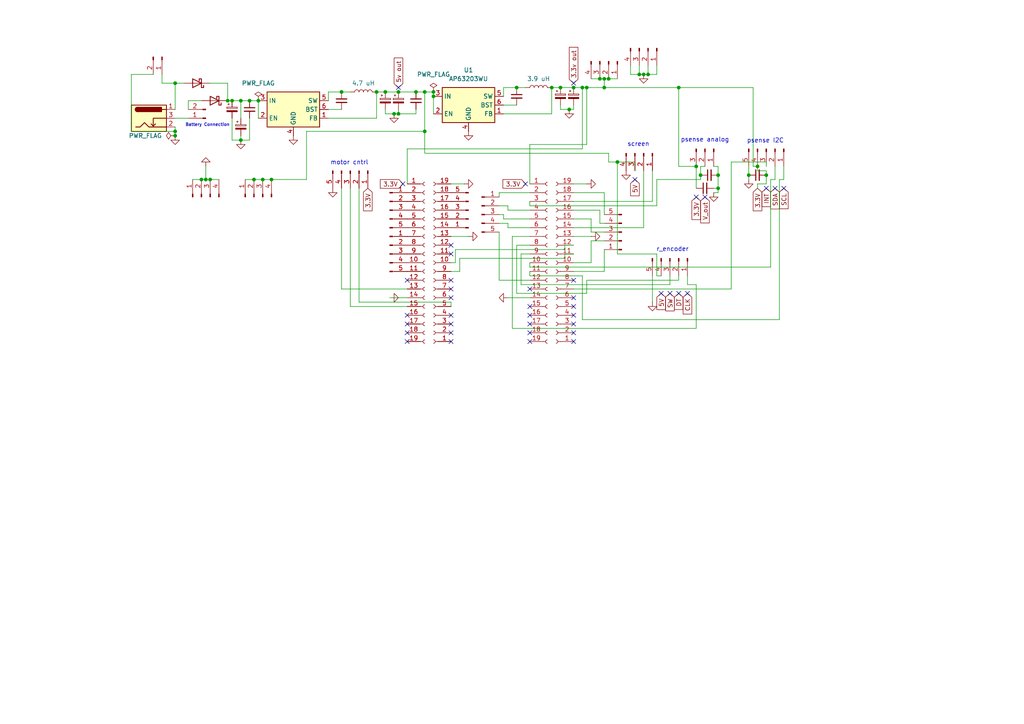
<source format=kicad_sch>
(kicad_sch (version 20231120) (generator "eeschema") (generator_version "8.0")
  (paper "A4")
  (lib_symbols
    (symbol "Connector:Barrel_Jack_Switch" (pin_names hide)
      (property "Reference" "J" (at 0 5.334 0))
      (property "Value" "Barrel_Jack_Switch" (at 0 -5.08 0))
      (symbol "Barrel_Jack_Switch_0_1"
        (rectangle (start -5.08 3.81) (end 5.08 -3.81) (stroke (width 0.254)) (fill (type background)))
        (arc (start -3.302 3.175) (mid -3.9343 2.54) (end -3.302 1.905) (stroke (width 0.254)))
        (arc (start -3.302 3.175) (mid -3.9343 2.54) (end -3.302 1.905) (stroke (width 0.254)) (fill (type outline)))
        (polyline (pts (xy 1.27 -2.286) (xy 1.905 -1.651)) (stroke (width 0.254)))
        (polyline (pts (xy 5.08 2.54) (xy 3.81 2.54)) (stroke (width 0.254)))
        (polyline (pts (xy 5.08 0) (xy 1.27 0) (xy 1.27 -2.286) (xy 0.635 -1.651)) (stroke (width 0.254)))
        (polyline (pts (xy -3.81 -2.54) (xy -2.54 -2.54) (xy -1.27 -1.27) (xy 0 -2.54) (xy 2.54 -2.54) (xy 5.08 -2.54)) (stroke (width 0.254)))
        (rectangle (start 3.683 3.175) (end -3.302 1.905) (stroke (width 0.254)) (fill (type outline)))
      )
      (symbol "Barrel_Jack_Switch_1_1"
        (pin passive line (at 7.62 2.54 180) (length 2.54) (name "~") (number "1"))
        (pin passive line (at 7.62 -2.54 180) (length 2.54) (name "~") (number "2"))
        (pin passive line (at 7.62 0 180) (length 2.54) (name "~") (number "3"))
      )
    )
    (symbol "Connector:Conn_01x02_Pin" (pin_names (offset 1.016) hide)
      (property "Reference" "J" (at 0 2.54 0))
      (property "Value" "Conn_01x02_Pin" (at 0 -5.08 0))
      (symbol "Conn_01x02_Pin_1_1"
        (polyline (pts (xy 1.27 -2.54) (xy 0.8636 -2.54)) (stroke (width 0.1524)))
        (polyline (pts (xy 1.27 0) (xy 0.8636 0)) (stroke (width 0.1524)))
        (rectangle (start 0.8636 -2.413) (end 0 -2.667) (stroke (width 0.1524)) (fill (type outline)))
        (rectangle (start 0.8636 0.127) (end 0 -0.127) (stroke (width 0.1524)) (fill (type outline)))
        (pin passive line (at 5.08 0 180) (length 3.81) (name "Pin_1") (number "1"))
        (pin passive line (at 5.08 -2.54 180) (length 3.81) (name "Pin_2") (number "2"))
      )
    )
    (symbol "Connector:Conn_01x03_Pin" (pin_names (offset 1.016) hide)
      (property "Reference" "J" (at 0 5.08 0))
      (property "Value" "Conn_01x03_Pin" (at 0 -5.08 0))
      (symbol "Conn_01x03_Pin_1_1"
        (polyline (pts (xy 1.27 -2.54) (xy 0.8636 -2.54)) (stroke (width 0.1524)))
        (polyline (pts (xy 1.27 0) (xy 0.8636 0)) (stroke (width 0.1524)))
        (polyline (pts (xy 1.27 2.54) (xy 0.8636 2.54)) (stroke (width 0.1524)))
        (rectangle (start 0.8636 -2.413) (end 0 -2.667) (stroke (width 0.1524)) (fill (type outline)))
        (rectangle (start 0.8636 0.127) (end 0 -0.127) (stroke (width 0.1524)) (fill (type outline)))
        (rectangle (start 0.8636 2.667) (end 0 2.413) (stroke (width 0.1524)) (fill (type outline)))
        (pin passive line (at 5.08 2.54 180) (length 3.81) (name "Pin_1") (number "1"))
        (pin passive line (at 5.08 0 180) (length 3.81) (name "Pin_2") (number "2"))
        (pin passive line (at 5.08 -2.54 180) (length 3.81) (name "Pin_3") (number "3"))
      )
    )
    (symbol "Connector:Conn_01x04_Pin" (pin_names (offset 1.016) hide)
      (property "Reference" "J" (at 0 5.08 0))
      (property "Value" "Conn_01x04_Pin" (at 0 -7.62 0))
      (symbol "Conn_01x04_Pin_1_1"
        (polyline (pts (xy 1.27 -5.08) (xy 0.8636 -5.08)) (stroke (width 0.1524)))
        (polyline (pts (xy 1.27 -2.54) (xy 0.8636 -2.54)) (stroke (width 0.1524)))
        (polyline (pts (xy 1.27 0) (xy 0.8636 0)) (stroke (width 0.1524)))
        (polyline (pts (xy 1.27 2.54) (xy 0.8636 2.54)) (stroke (width 0.1524)))
        (rectangle (start 0.8636 -4.953) (end 0 -5.207) (stroke (width 0.1524)) (fill (type outline)))
        (rectangle (start 0.8636 -2.413) (end 0 -2.667) (stroke (width 0.1524)) (fill (type outline)))
        (rectangle (start 0.8636 0.127) (end 0 -0.127) (stroke (width 0.1524)) (fill (type outline)))
        (rectangle (start 0.8636 2.667) (end 0 2.413) (stroke (width 0.1524)) (fill (type outline)))
        (pin passive line (at 5.08 2.54 180) (length 3.81) (name "Pin_1") (number "1"))
        (pin passive line (at 5.08 0 180) (length 3.81) (name "Pin_2") (number "2"))
        (pin passive line (at 5.08 -2.54 180) (length 3.81) (name "Pin_3") (number "3"))
        (pin passive line (at 5.08 -5.08 180) (length 3.81) (name "Pin_4") (number "4"))
      )
    )
    (symbol "Connector:Conn_01x05_Pin" (pin_names (offset 1.016) hide)
      (property "Reference" "J" (at 0 7.62 0))
      (property "Value" "Conn_01x05_Pin" (at 0 -7.62 0))
      (symbol "Conn_01x05_Pin_1_1"
        (polyline (pts (xy 1.27 -5.08) (xy 0.8636 -5.08)) (stroke (width 0.1524)))
        (polyline (pts (xy 1.27 -2.54) (xy 0.8636 -2.54)) (stroke (width 0.1524)))
        (polyline (pts (xy 1.27 0) (xy 0.8636 0)) (stroke (width 0.1524)))
        (polyline (pts (xy 1.27 2.54) (xy 0.8636 2.54)) (stroke (width 0.1524)))
        (polyline (pts (xy 1.27 5.08) (xy 0.8636 5.08)) (stroke (width 0.1524)))
        (rectangle (start 0.8636 -4.953) (end 0 -5.207) (stroke (width 0.1524)) (fill (type outline)))
        (rectangle (start 0.8636 -2.413) (end 0 -2.667) (stroke (width 0.1524)) (fill (type outline)))
        (rectangle (start 0.8636 0.127) (end 0 -0.127) (stroke (width 0.1524)) (fill (type outline)))
        (rectangle (start 0.8636 2.667) (end 0 2.413) (stroke (width 0.1524)) (fill (type outline)))
        (rectangle (start 0.8636 5.207) (end 0 4.953) (stroke (width 0.1524)) (fill (type outline)))
        (pin passive line (at 5.08 5.08 180) (length 3.81) (name "Pin_1") (number "1"))
        (pin passive line (at 5.08 2.54 180) (length 3.81) (name "Pin_2") (number "2"))
        (pin passive line (at 5.08 0 180) (length 3.81) (name "Pin_3") (number "3"))
        (pin passive line (at 5.08 -2.54 180) (length 3.81) (name "Pin_4") (number "4"))
        (pin passive line (at 5.08 -5.08 180) (length 3.81) (name "Pin_5") (number "5"))
      )
    )
    (symbol "Connector:Conn_01x19_Socket" (pin_names (offset 1.016) hide)
      (property "Reference" "J" (at 0 25.4 0))
      (property "Value" "Conn_01x19_Socket" (at 0 -25.4 0))
      (symbol "Conn_01x19_Socket_1_1"
        (arc (start 0 -22.352) (mid -0.5058 -22.86) (end 0 -23.368) (stroke (width 0.1524)))
        (arc (start 0 -19.812) (mid -0.5058 -20.32) (end 0 -20.828) (stroke (width 0.1524)))
        (arc (start 0 -17.272) (mid -0.5058 -17.78) (end 0 -18.288) (stroke (width 0.1524)))
        (arc (start 0 -14.732) (mid -0.5058 -15.24) (end 0 -15.748) (stroke (width 0.1524)))
        (arc (start 0 -12.192) (mid -0.5058 -12.7) (end 0 -13.208) (stroke (width 0.1524)))
        (arc (start 0 -9.652) (mid -0.5058 -10.16) (end 0 -10.668) (stroke (width 0.1524)))
        (arc (start 0 -7.112) (mid -0.5058 -7.62) (end 0 -8.128) (stroke (width 0.1524)))
        (arc (start 0 -4.572) (mid -0.5058 -5.08) (end 0 -5.588) (stroke (width 0.1524)))
        (arc (start 0 -2.032) (mid -0.5058 -2.54) (end 0 -3.048) (stroke (width 0.1524)))
        (polyline (pts (xy -1.27 -22.86) (xy -0.508 -22.86)) (stroke (width 0.1524)))
        (polyline (pts (xy -1.27 -20.32) (xy -0.508 -20.32)) (stroke (width 0.1524)))
        (polyline (pts (xy -1.27 -17.78) (xy -0.508 -17.78)) (stroke (width 0.1524)))
        (polyline (pts (xy -1.27 -15.24) (xy -0.508 -15.24)) (stroke (width 0.1524)))
        (polyline (pts (xy -1.27 -12.7) (xy -0.508 -12.7)) (stroke (width 0.1524)))
        (polyline (pts (xy -1.27 -10.16) (xy -0.508 -10.16)) (stroke (width 0.1524)))
        (polyline (pts (xy -1.27 -7.62) (xy -0.508 -7.62)) (stroke (width 0.1524)))
        (polyline (pts (xy -1.27 -5.08) (xy -0.508 -5.08)) (stroke (width 0.1524)))
        (polyline (pts (xy -1.27 -2.54) (xy -0.508 -2.54)) (stroke (width 0.1524)))
        (polyline (pts (xy -1.27 0) (xy -0.508 0)) (stroke (width 0.1524)))
        (polyline (pts (xy -1.27 2.54) (xy -0.508 2.54)) (stroke (width 0.1524)))
        (polyline (pts (xy -1.27 5.08) (xy -0.508 5.08)) (stroke (width 0.1524)))
        (polyline (pts (xy -1.27 7.62) (xy -0.508 7.62)) (stroke (width 0.1524)))
        (polyline (pts (xy -1.27 10.16) (xy -0.508 10.16)) (stroke (width 0.1524)))
        (polyline (pts (xy -1.27 12.7) (xy -0.508 12.7)) (stroke (width 0.1524)))
        (polyline (pts (xy -1.27 15.24) (xy -0.508 15.24)) (stroke (width 0.1524)))
        (polyline (pts (xy -1.27 17.78) (xy -0.508 17.78)) (stroke (width 0.1524)))
        (polyline (pts (xy -1.27 20.32) (xy -0.508 20.32)) (stroke (width 0.1524)))
        (polyline (pts (xy -1.27 22.86) (xy -0.508 22.86)) (stroke (width 0.1524)))
        (arc (start 0 0.508) (mid -0.5058 0) (end 0 -0.508) (stroke (width 0.1524)))
        (arc (start 0 3.048) (mid -0.5058 2.54) (end 0 2.032) (stroke (width 0.1524)))
        (arc (start 0 5.588) (mid -0.5058 5.08) (end 0 4.572) (stroke (width 0.1524)))
        (arc (start 0 8.128) (mid -0.5058 7.62) (end 0 7.112) (stroke (width 0.1524)))
        (arc (start 0 10.668) (mid -0.5058 10.16) (end 0 9.652) (stroke (width 0.1524)))
        (arc (start 0 13.208) (mid -0.5058 12.7) (end 0 12.192) (stroke (width 0.1524)))
        (arc (start 0 15.748) (mid -0.5058 15.24) (end 0 14.732) (stroke (width 0.1524)))
        (arc (start 0 18.288) (mid -0.5058 17.78) (end 0 17.272) (stroke (width 0.1524)))
        (arc (start 0 20.828) (mid -0.5058 20.32) (end 0 19.812) (stroke (width 0.1524)))
        (arc (start 0 23.368) (mid -0.5058 22.86) (end 0 22.352) (stroke (width 0.1524)))
        (pin passive line (at -5.08 22.86 0) (length 3.81) (name "Pin_1") (number "1"))
        (pin passive line (at -5.08 0 0) (length 3.81) (name "Pin_10") (number "10"))
        (pin passive line (at -5.08 -2.54 0) (length 3.81) (name "Pin_11") (number "11"))
        (pin passive line (at -5.08 -5.08 0) (length 3.81) (name "Pin_12") (number "12"))
        (pin passive line (at -5.08 -7.62 0) (length 3.81) (name "Pin_13") (number "13"))
        (pin passive line (at -5.08 -10.16 0) (length 3.81) (name "Pin_14") (number "14"))
        (pin passive line (at -5.08 -12.7 0) (length 3.81) (name "Pin_15") (number "15"))
        (pin passive line (at -5.08 -15.24 0) (length 3.81) (name "Pin_16") (number "16"))
        (pin passive line (at -5.08 -17.78 0) (length 3.81) (name "Pin_17") (number "17"))
        (pin passive line (at -5.08 -20.32 0) (length 3.81) (name "Pin_18") (number "18"))
        (pin passive line (at -5.08 -22.86 0) (length 3.81) (name "Pin_19") (number "19"))
        (pin passive line (at -5.08 20.32 0) (length 3.81) (name "Pin_2") (number "2"))
        (pin passive line (at -5.08 17.78 0) (length 3.81) (name "Pin_3") (number "3"))
        (pin passive line (at -5.08 15.24 0) (length 3.81) (name "Pin_4") (number "4"))
        (pin passive line (at -5.08 12.7 0) (length 3.81) (name "Pin_5") (number "5"))
        (pin passive line (at -5.08 10.16 0) (length 3.81) (name "Pin_6") (number "6"))
        (pin passive line (at -5.08 7.62 0) (length 3.81) (name "Pin_7") (number "7"))
        (pin passive line (at -5.08 5.08 0) (length 3.81) (name "Pin_8") (number "8"))
        (pin passive line (at -5.08 2.54 0) (length 3.81) (name "Pin_9") (number "9"))
      )
    )
    (symbol "Device:C_Polarized_Small" (pin_numbers hide) (pin_names (offset 0.254) hide)
      (property "Reference" "C" (at 0.254 1.778 0))
      (property "Value" "C_Polarized_Small" (at 0.254 -2.032 0))
      (symbol "C_Polarized_Small_0_1"
        (rectangle (start -1.524 -0.3048) (end 1.524 -0.6858) (fill (type outline)))
        (rectangle (start -1.524 0.6858) (end 1.524 0.3048))
        (polyline (pts (xy -1.27 1.524) (xy -0.762 1.524)))
        (polyline (pts (xy -1.016 1.27) (xy -1.016 1.778)))
      )
      (symbol "C_Polarized_Small_1_1"
        (pin passive line (at 0 2.54 270) (length 1.8542) (name "~") (number "1"))
        (pin passive line (at 0 -2.54 90) (length 1.8542) (name "~") (number "2"))
      )
    )
    (symbol "Device:C_Small" (pin_numbers hide) (pin_names (offset 0.254) hide)
      (property "Reference" "C" (at 0.254 1.778 0))
      (property "Value" "C_Small" (at 0.254 -2.032 0))
      (symbol "C_Small_0_1"
        (polyline (pts (xy -1.524 -0.508) (xy 1.524 -0.508)) (stroke (width 0.3302)))
        (polyline (pts (xy -1.524 0.508) (xy 1.524 0.508)) (stroke (width 0.3048)))
      )
      (symbol "C_Small_1_1"
        (pin passive line (at 0 2.54 270) (length 2.032) (name "~") (number "1"))
        (pin passive line (at 0 -2.54 90) (length 2.032) (name "~") (number "2"))
      )
    )
    (symbol "Device:L" (pin_numbers hide) (pin_names (offset 1.016) hide)
      (property "Reference" "L" (at -1.27 0 90))
      (property "Value" "L" (at 1.905 0 90))
      (symbol "L_0_1"
        (arc (start 0 -2.54) (mid 0.6323 -1.905) (end 0 -1.27))
        (arc (start 0 -1.27) (mid 0.6323 -0.635) (end 0 0))
        (arc (start 0 0) (mid 0.6323 0.635) (end 0 1.27))
        (arc (start 0 1.27) (mid 0.6323 1.905) (end 0 2.54))
      )
      (symbol "L_1_1"
        (pin passive line (at 0 3.81 270) (length 1.27) (name "1") (number "1"))
        (pin passive line (at 0 -3.81 90) (length 1.27) (name "2") (number "2"))
      )
    )
    (symbol "Diode:SS24" (pin_numbers hide) (pin_names (offset 1.016) hide)
      (property "Reference" "D" (at 0 2.54 0))
      (property "Value" "SS24" (at 0 -2.54 0))
      (symbol "SS24_0_1"
        (polyline (pts (xy 1.27 0) (xy -1.27 0)))
        (polyline (pts (xy 1.27 1.27) (xy 1.27 -1.27) (xy -1.27 0) (xy 1.27 1.27)) (stroke (width 0.254)))
        (polyline (pts (xy -1.905 0.635) (xy -1.905 1.27) (xy -1.27 1.27) (xy -1.27 -1.27) (xy -0.635 -1.27) (xy -0.635 -0.635)) (stroke (width 0.254)))
      )
      (symbol "SS24_1_1"
        (pin passive line (at -3.81 0 0) (length 2.54) (name "K") (number "1"))
        (pin passive line (at 3.81 0 180) (length 2.54) (name "A") (number "2"))
      )
    )
    (symbol "Regulator_Switching:AP63203WU"
      (property "Reference" "U" (at -7.62 6.35 0))
      (property "Value" "AP63203WU" (at 2.54 6.35 0))
      (symbol "AP63203WU_0_1"
        (rectangle (start -7.62 5.08) (end 7.62 -5.08) (stroke (width 0.254)) (fill (type background)))
      )
      (symbol "AP63203WU_1_1"
        (pin input line (at 10.16 -2.54 180) (length 2.54) (name "FB") (number "1"))
        (pin input line (at -10.16 -2.54 0) (length 2.54) (name "EN") (number "2"))
        (pin power_in line (at -10.16 2.54 0) (length 2.54) (name "IN") (number "3"))
        (pin power_in line (at 0 -7.62 90) (length 2.54) (name "GND") (number "4"))
        (pin output line (at 10.16 2.54 180) (length 2.54) (name "SW") (number "5"))
        (pin passive line (at 10.16 0 180) (length 2.54) (name "BST") (number "6"))
      )
    )
    (symbol "Regulator_Switching:AP63205WU"
      (property "Reference" "U" (at -7.62 6.35 0))
      (property "Value" "AP63205WU" (at 2.54 6.35 0))
      (symbol "AP63205WU_0_1"
        (rectangle (start -7.62 5.08) (end 7.62 -5.08) (stroke (width 0.254)) (fill (type background)))
      )
      (symbol "AP63205WU_1_1"
        (pin input line (at 10.16 -2.54 180) (length 2.54) (name "FB") (number "1"))
        (pin input line (at -10.16 -2.54 0) (length 2.54) (name "EN") (number "2"))
        (pin power_in line (at -10.16 2.54 0) (length 2.54) (name "IN") (number "3"))
        (pin power_in line (at 0 -7.62 90) (length 2.54) (name "GND") (number "4"))
        (pin output line (at 10.16 2.54 180) (length 2.54) (name "SW") (number "5"))
        (pin passive line (at 10.16 0 180) (length 2.54) (name "BST") (number "6"))
      )
    )
    (symbol "power:GND" (power) (pin_numbers hide) (pin_names (offset 0) hide)
      (property "Value" "GND" (at 0 -3.81 0))
      (symbol "GND_0_1"
        (polyline (pts (xy 0 0) (xy 0 -1.27) (xy 1.27 -1.27) (xy 0 -2.54) (xy -1.27 -1.27) (xy 0 -1.27)))
      )
      (symbol "GND_1_1"
        (pin power_in line (at 0 0 270) (length 0) (name "~") (number "1"))
      )
    )
    (symbol "power:PWR_FLAG" (power) (pin_numbers hide) (pin_names (offset 0) hide)
      (property "Value" "PWR_FLAG" (at 0 3.81 0))
      (symbol "PWR_FLAG_0_0"
        (pin power_out line (at 0 0 90) (length 0) (name "~") (number "1"))
      )
      (symbol "PWR_FLAG_0_1"
        (polyline (pts (xy 0 0) (xy 0 1.27) (xy -1.016 1.905) (xy 0 2.54) (xy 1.016 1.905) (xy 0 1.27)))
      )
    )
  )
  (junction (at 186.69 21.59))
  (junction (at 69.85 40.64))
  (junction (at 160.02 25.4))
  (junction (at 109.22 26.67))
  (junction (at 168.91 25.4))
  (junction (at 208.28 54.61))
  (junction (at 201.93 48.26))
  (junction (at 187.96 21.59))
  (junction (at 114.3 33.02))
  (junction (at 219.71 48.26))
  (junction (at 78.74 52.07))
  (junction (at 50.8 24.13))
  (junction (at 125.73 26.67))
  (junction (at 175.26 25.4))
  (junction (at 72.39 29.21))
  (junction (at 74.93 29.21))
  (junction (at 115.57 33.02))
  (junction (at 208.28 50.8))
  (junction (at 175.26 22.86))
  (junction (at 176.53 22.86))
  (junction (at 149.86 25.4))
  (junction (at 67.31 29.21))
  (junction (at 50.8 39.37))
  (junction (at 76.2 52.07))
  (junction (at 217.17 50.8))
  (junction (at 50.8 38.1))
  (junction (at 166.37 25.4))
  (junction (at 99.06 26.67))
  (junction (at 115.57 26.67))
  (junction (at 179.07 46.99))
  (junction (at 165.1 31.75))
  (junction (at 111.76 26.67))
  (junction (at 73.66 52.07))
  (junction (at 222.25 50.8))
  (junction (at 60.96 52.07))
  (junction (at 69.85 29.21))
  (junction (at 196.85 25.4))
  (junction (at 123.19 38.1))
  (junction (at 170.18 25.4))
  (junction (at 162.56 25.4))
  (junction (at 185.42 21.59))
  (junction (at 66.04 29.21))
  (junction (at 203.2 50.8))
  (junction (at 59.69 52.07))
  (junction (at 120.65 26.67))
  (junction (at 58.42 52.07))
  (junction (at 125.73 27.94))
  (junction (at 123.19 26.67))
  (junction (at 173.99 22.86))
  (no_connect (at 130.81 93.98))
  (no_connect (at 130.81 73.66))
  (no_connect (at 118.11 99.06))
  (no_connect (at 153.67 96.52))
  (no_connect (at 166.37 91.44))
  (no_connect (at 130.81 96.52))
  (no_connect (at 118.11 91.44))
  (no_connect (at 153.67 99.06))
  (no_connect (at 194.31 85.09))
  (no_connect (at 204.47 57.15))
  (no_connect (at 184.15 52.07))
  (no_connect (at 130.81 91.44))
  (no_connect (at 130.81 81.28))
  (no_connect (at 201.93 57.15))
  (no_connect (at 166.37 96.52))
  (no_connect (at 166.37 99.06))
  (no_connect (at 227.33 54.61))
  (no_connect (at 115.57 25.4))
  (no_connect (at 118.11 93.98))
  (no_connect (at 152.4 53.34))
  (no_connect (at 116.84 53.34))
  (no_connect (at 224.79 54.61))
  (no_connect (at 118.11 96.52))
  (no_connect (at 153.67 93.98))
  (no_connect (at 118.11 81.28))
  (no_connect (at 130.81 99.06))
  (no_connect (at 196.85 85.09))
  (no_connect (at 166.37 81.28))
  (no_connect (at 191.77 85.09))
  (no_connect (at 153.67 83.82))
  (no_connect (at 130.81 83.82))
  (no_connect (at 130.81 71.12))
  (no_connect (at 222.25 54.61))
  (no_connect (at 166.37 24.13))
  (no_connect (at 166.37 93.98))
  (no_connect (at 166.37 88.9))
  (no_connect (at 130.81 86.36))
  (no_connect (at 199.39 85.09))
  (no_connect (at 166.37 86.36))
  (no_connect (at 153.67 91.44))
  (no_connect (at 153.67 88.9))
  (wire (pts (xy 166.37 63.5) (xy 171.45 63.5)))
  (wire (pts (xy 170.18 25.4) (xy 175.26 25.4)))
  (wire (pts (xy 55.88 52.07) (xy 58.42 52.07)))
  (wire (pts (xy 69.85 39.37) (xy 69.85 40.64)))
  (wire (pts (xy 166.37 25.4) (xy 168.91 25.4)))
  (wire (pts (xy 50.8 38.1) (xy 50.8 39.37)))
  (wire (pts (xy 185.42 21.59) (xy 186.69 21.59)))
  (wire (pts (xy 54.61 29.21) (xy 58.42 29.21)))
  (wire (pts (xy 130.81 87.63) (xy 130.81 88.9)))
  (wire (pts (xy 186.69 66.04) (xy 166.37 66.04)))
  (wire (pts (xy 148.59 68.58) (xy 153.67 68.58)))
  (wire (pts (xy 53.34 24.13) (xy 50.8 24.13)))
  (wire (pts (xy 95.25 31.75) (xy 99.06 31.75)))
  (wire (pts (xy 109.22 26.67) (xy 111.76 26.67)))
  (wire (pts (xy 182.88 21.59) (xy 185.42 21.59)))
  (wire (pts (xy 60.96 52.07) (xy 63.5 52.07)))
  (wire (pts (xy 162.56 31.75) (xy 165.1 31.75)))
  (wire (pts (xy 223.52 77.47) (xy 153.67 77.47)))
  (wire (pts (xy 130.81 53.34) (xy 134.62 53.34)))
  (wire (pts (xy 118.11 43.18) (xy 118.11 53.34)))
  (wire (pts (xy 67.31 29.21) (xy 69.85 29.21)))
  (wire (pts (xy 73.66 52.07) (xy 76.2 52.07)))
  (wire (pts (xy 166.37 30.48) (xy 166.37 31.75)))
  (wire (pts (xy 218.44 25.4) (xy 218.44 48.26)))
  (wire (pts (xy 222.25 49.53) (xy 222.25 50.8)))
  (wire (pts (xy 203.2 48.26) (xy 203.2 50.8)))
  (wire (pts (xy 153.67 81.28) (xy 144.78 81.28)))
  (wire (pts (xy 151.13 82.55) (xy 151.13 73.66)))
  (wire (pts (xy 196.85 48.26) (xy 201.93 48.26)))
  (wire (pts (xy 153.67 78.74) (xy 153.67 80.01)))
  (wire (pts (xy 166.37 55.88) (xy 175.26 55.88)))
  (wire (pts (xy 224.79 48.26) (xy 224.79 52.07)))
  (wire (pts (xy 196.85 25.4) (xy 196.85 48.26)))
  (wire (pts (xy 219.71 53.34) (xy 219.71 54.61)))
  (wire (pts (xy 146.05 30.48) (xy 149.86 30.48)))
  (wire (pts (xy 153.67 41.91) (xy 153.67 53.34)))
  (wire (pts (xy 179.07 73.66) (xy 190.5 73.66)))
  (wire (pts (xy 166.37 53.34) (xy 170.18 53.34)))
  (wire (pts (xy 148.59 95.25) (xy 148.59 68.58)))
  (wire (pts (xy 88.9 38.1) (xy 88.9 52.07)))
  (wire (pts (xy 50.8 34.29) (xy 54.61 34.29)))
  (wire (pts (xy 125.73 27.94) (xy 125.73 33.02)))
  (wire (pts (xy 153.67 80.01) (xy 168.91 80.01)))
  (wire (pts (xy 189.23 49.53) (xy 189.23 58.42)))
  (wire (pts (xy 130.81 78.74) (xy 133.35 78.74)))
  (wire (pts (xy 176.53 46.99) (xy 179.07 46.99)))
  (wire (pts (xy 50.8 38.1) (xy 38.1 38.1)))
  (wire (pts (xy 162.56 25.4) (xy 166.37 25.4)))
  (wire (pts (xy 162.56 30.48) (xy 162.56 31.75)))
  (wire (pts (xy 149.86 25.4) (xy 152.4 25.4)))
  (wire (pts (xy 208.28 48.26) (xy 208.28 50.8)))
  (wire (pts (xy 168.91 25.4) (xy 170.18 25.4)))
  (wire (pts (xy 187.96 19.05) (xy 187.96 21.59)))
  (wire (pts (xy 133.35 78.74) (xy 133.35 74.93)))
  (wire (pts (xy 123.19 26.67) (xy 125.73 26.67)))
  (wire (pts (xy 72.39 29.21) (xy 74.93 29.21)))
  (wire (pts (xy 203.2 50.8) (xy 203.2 52.07)))
  (wire (pts (xy 132.08 72.39) (xy 163.83 72.39)))
  (wire (pts (xy 50.8 24.13) (xy 46.99 24.13)))
  (wire (pts (xy 175.26 25.4) (xy 196.85 25.4)))
  (wire (pts (xy 149.86 71.12) (xy 153.67 71.12)))
  (wire (pts (xy 69.85 29.21) (xy 69.85 34.29)))
  (wire (pts (xy 175.26 25.4) (xy 175.26 22.86)))
  (wire (pts (xy 132.08 72.39) (xy 132.08 76.2)))
  (wire (pts (xy 111.76 33.02) (xy 114.3 33.02)))
  (wire (pts (xy 199.39 80.01) (xy 199.39 82.55)))
  (wire (pts (xy 226.06 92.71) (xy 226.06 52.07)))
  (wire (pts (xy 120.65 31.75) (xy 120.65 33.02)))
  (wire (pts (xy 163.83 71.12) (xy 166.37 71.12)))
  (wire (pts (xy 222.25 48.26) (xy 222.25 46.99)))
  (wire (pts (xy 115.57 31.75) (xy 115.57 33.02)))
  (wire (pts (xy 147.32 64.77) (xy 144.78 64.77)))
  (wire (pts (xy 166.37 68.58) (xy 171.45 68.58)))
  (wire (pts (xy 168.91 25.4) (xy 168.91 43.18)))
  (wire (pts (xy 184.15 46.99) (xy 184.15 49.53)))
  (wire (pts (xy 153.67 77.47) (xy 153.67 76.2)))
  (wire (pts (xy 227.33 52.07) (xy 227.33 48.26)))
  (wire (pts (xy 115.57 33.02) (xy 114.3 33.02)))
  (wire (pts (xy 153.67 63.5) (xy 146.05 63.5)))
  (wire (pts (xy 146.05 25.4) (xy 149.86 25.4)))
  (wire (pts (xy 186.69 49.53) (xy 186.69 66.04)))
  (wire (pts (xy 168.91 92.71) (xy 226.06 92.71)))
  (wire (pts (xy 218.44 48.26) (xy 219.71 48.26)))
  (wire (pts (xy 171.45 22.86) (xy 173.99 22.86)))
  (wire (pts (xy 144.78 55.88) (xy 144.78 57.15)))
  (wire (pts (xy 219.71 49.53) (xy 222.25 49.53)))
  (wire (pts (xy 130.81 76.2) (xy 132.08 76.2)))
  (wire (pts (xy 153.67 66.04) (xy 147.32 66.04)))
  (wire (pts (xy 123.19 26.67) (xy 123.19 38.1)))
  (wire (pts (xy 111.76 31.75) (xy 111.76 33.02)))
  (wire (pts (xy 171.45 69.85) (xy 175.26 69.85)))
  (wire (pts (xy 208.28 50.8) (xy 208.28 54.61)))
  (wire (pts (xy 99.06 83.82) (xy 118.11 83.82)))
  (wire (pts (xy 173.99 64.77) (xy 175.26 64.77)))
  (wire (pts (xy 147.32 60.96) (xy 147.32 59.69)))
  (wire (pts (xy 72.39 40.64) (xy 69.85 40.64)))
  (wire (pts (xy 190.5 52.07) (xy 190.5 59.69)))
  (wire (pts (xy 222.25 46.99) (xy 212.09 46.99)))
  (wire (pts (xy 203.2 52.07) (xy 190.5 52.07)))
  (wire (pts (xy 58.42 52.07) (xy 59.69 52.07)))
  (wire (pts (xy 196.85 81.28) (xy 170.18 81.28)))
  (wire (pts (xy 217.17 50.8) (xy 217.17 48.26)))
  (wire (pts (xy 190.5 21.59) (xy 187.96 21.59)))
  (wire (pts (xy 151.13 73.66) (xy 153.67 73.66)))
  (wire (pts (xy 201.93 95.25) (xy 148.59 95.25)))
  (wire (pts (xy 144.78 81.28) (xy 144.78 67.31)))
  (wire (pts (xy 190.5 73.66) (xy 190.5 80.01)))
  (wire (pts (xy 217.17 52.07) (xy 217.17 50.8)))
  (wire (pts (xy 207.01 54.61) (xy 208.28 54.61)))
  (wire (pts (xy 208.28 54.61) (xy 208.28 55.88)))
  (wire (pts (xy 130.81 68.58) (xy 135.89 68.58)))
  (wire (pts (xy 185.42 19.05) (xy 185.42 21.59)))
  (wire (pts (xy 95.25 29.21) (xy 95.25 26.67)))
  (wire (pts (xy 176.53 22.86) (xy 179.07 22.86)))
  (wire (pts (xy 59.69 52.07) (xy 60.96 52.07)))
  (wire (pts (xy 173.99 22.86) (xy 175.26 22.86)))
  (wire (pts (xy 166.37 31.75) (xy 165.1 31.75)))
  (wire (pts (xy 95.25 26.67) (xy 99.06 26.67)))
  (wire (pts (xy 222.25 53.34) (xy 219.71 53.34)))
  (wire (pts (xy 223.52 52.07) (xy 223.52 77.47)))
  (wire (pts (xy 120.65 33.02) (xy 115.57 33.02)))
  (wire (pts (xy 201.93 82.55) (xy 201.93 95.25)))
  (wire (pts (xy 222.25 50.8) (xy 222.25 53.34)))
  (wire (pts (xy 46.99 24.13) (xy 46.99 21.59)))
  (wire (pts (xy 166.37 60.96) (xy 173.99 60.96)))
  (wire (pts (xy 146.05 27.94) (xy 146.05 25.4)))
  (wire (pts (xy 67.31 34.29) (xy 67.31 40.64)))
  (wire (pts (xy 171.45 76.2) (xy 171.45 69.85)))
  (wire (pts (xy 123.19 44.45) (xy 176.53 44.45)))
  (wire (pts (xy 125.73 26.67) (xy 125.73 27.94)))
  (wire (pts (xy 166.37 78.74) (xy 175.26 78.74)))
  (wire (pts (xy 104.14 54.61) (xy 104.14 87.63)))
  (wire (pts (xy 168.91 43.18) (xy 118.11 43.18)))
  (wire (pts (xy 99.06 26.67) (xy 101.6 26.67)))
  (wire (pts (xy 50.8 36.83) (xy 50.8 38.1)))
  (wire (pts (xy 171.45 63.5) (xy 171.45 67.31)))
  (wire (pts (xy 207.01 48.26) (xy 208.28 48.26)))
  (wire (pts (xy 179.07 46.99) (xy 184.15 46.99)))
  (wire (pts (xy 160.02 25.4) (xy 162.56 25.4)))
  (wire (pts (xy 153.67 59.69) (xy 153.67 58.42)))
  (wire (pts (xy 109.22 34.29) (xy 95.25 34.29)))
  (wire (pts (xy 196.85 25.4) (xy 218.44 25.4)))
  (wire (pts (xy 194.31 80.01) (xy 194.31 82.55)))
  (wire (pts (xy 182.88 19.05) (xy 182.88 21.59)))
  (wire (pts (xy 123.19 38.1) (xy 88.9 38.1)))
  (wire (pts (xy 168.91 80.01) (xy 168.91 92.71)))
  (wire (pts (xy 170.18 81.28) (xy 170.18 85.09)))
  (wire (pts (xy 212.09 46.99) (xy 212.09 83.82)))
  (wire (pts (xy 147.32 86.36) (xy 153.67 86.36)))
  (wire (pts (xy 66.04 29.21) (xy 67.31 29.21)))
  (wire (pts (xy 194.31 82.55) (xy 151.13 82.55)))
  (wire (pts (xy 204.47 48.26) (xy 203.2 48.26)))
  (wire (pts (xy 38.1 21.59) (xy 44.45 21.59)))
  (wire (pts (xy 133.35 74.93) (xy 163.83 74.93)))
  (wire (pts (xy 99.06 54.61) (xy 99.06 83.82)))
  (wire (pts (xy 146.05 62.23) (xy 144.78 62.23)))
  (wire (pts (xy 60.96 24.13) (xy 66.04 24.13)))
  (wire (pts (xy 170.18 85.09) (xy 149.86 85.09)))
  (wire (pts (xy 101.6 54.61) (xy 101.6 88.9)))
  (wire (pts (xy 196.85 80.01) (xy 196.85 81.28)))
  (wire (pts (xy 226.06 52.07) (xy 227.33 52.07)))
  (wire (pts (xy 78.74 52.07) (xy 88.9 52.07)))
  (wire (pts (xy 175.26 78.74) (xy 175.26 72.39)))
  (wire (pts (xy 224.79 52.07) (xy 223.52 52.07)))
  (wire (pts (xy 187.96 21.59) (xy 186.69 21.59)))
  (wire (pts (xy 190.5 19.05) (xy 190.5 21.59)))
  (wire (pts (xy 201.93 48.26) (xy 201.93 54.61)))
  (wire (pts (xy 179.07 46.99) (xy 179.07 73.66)))
  (wire (pts (xy 113.03 86.36) (xy 118.11 86.36)))
  (wire (pts (xy 115.57 26.67) (xy 120.65 26.67)))
  (wire (pts (xy 189.23 58.42) (xy 166.37 58.42)))
  (wire (pts (xy 153.67 55.88) (xy 144.78 55.88)))
  (wire (pts (xy 74.93 29.21) (xy 74.93 34.29)))
  (wire (pts (xy 190.5 59.69) (xy 153.67 59.69)))
  (wire (pts (xy 111.76 26.67) (xy 115.57 26.67)))
  (wire (pts (xy 171.45 67.31) (xy 175.26 67.31)))
  (wire (pts (xy 163.83 72.39) (xy 163.83 71.12)))
  (wire (pts (xy 173.99 60.96) (xy 173.99 64.77)))
  (wire (pts (xy 104.14 87.63) (xy 130.81 87.63)))
  (wire (pts (xy 199.39 82.55) (xy 201.93 82.55)))
  (wire (pts (xy 67.31 40.64) (xy 69.85 40.64)))
  (wire (pts (xy 54.61 31.75) (xy 54.61 29.21)))
  (wire (pts (xy 189.23 80.01) (xy 189.23 87.63)))
  (wire (pts (xy 160.02 33.02) (xy 146.05 33.02)))
  (wire (pts (xy 160.02 25.4) (xy 160.02 33.02)))
  (wire (pts (xy 190.5 80.01) (xy 191.77 80.01)))
  (wire (pts (xy 163.83 73.66) (xy 166.37 73.66)))
  (wire (pts (xy 72.39 34.29) (xy 72.39 40.64)))
  (wire (pts (xy 170.18 41.91) (xy 153.67 41.91)))
  (wire (pts (xy 175.26 55.88) (xy 175.26 62.23)))
  (wire (pts (xy 38.1 38.1) (xy 38.1 21.59)))
  (wire (pts (xy 146.05 63.5) (xy 146.05 62.23)))
  (wire (pts (xy 219.71 48.26) (xy 219.71 49.53)))
  (wire (pts (xy 149.86 85.09) (xy 149.86 71.12)))
  (wire (pts (xy 176.53 44.45) (xy 176.53 46.99)))
  (wire (pts (xy 76.2 52.07) (xy 78.74 52.07)))
  (wire (pts (xy 120.65 26.67) (xy 123.19 26.67)))
  (wire (pts (xy 71.12 52.07) (xy 73.66 52.07)))
  (wire (pts (xy 123.19 38.1) (xy 123.19 44.45)))
  (wire (pts (xy 147.32 66.04) (xy 147.32 64.77)))
  (wire (pts (xy 59.69 48.26) (xy 59.69 52.07)))
  (wire (pts (xy 101.6 88.9) (xy 118.11 88.9)))
  (wire (pts (xy 50.8 24.13) (xy 50.8 31.75)))
  (wire (pts (xy 166.37 76.2) (xy 171.45 76.2)))
  (wire (pts (xy 109.22 26.67) (xy 109.22 34.29)))
  (wire (pts (xy 170.18 25.4) (xy 170.18 41.91)))
  (wire (pts (xy 175.26 22.86) (xy 176.53 22.86)))
  (wire (pts (xy 69.85 29.21) (xy 72.39 29.21)))
  (wire (pts (xy 166.37 83.82) (xy 212.09 83.82)))
  (wire (pts (xy 208.28 55.88) (xy 207.01 55.88)))
  (wire (pts (xy 153.67 60.96) (xy 147.32 60.96)))
  (wire (pts (xy 147.32 59.69) (xy 144.78 59.69)))
  (wire (pts (xy 163.83 74.93) (xy 163.83 73.66)))
  (wire (pts (xy 66.04 24.13) (xy 66.04 29.21)))
  (text "r_encoder\n" (at 195.072 72.39 0) (effects (font (size 1.27 1.27))))
  (text "Battery Connection\n" (at 60.198 36.322 0) (effects (font (size 0.889 0.889))))
  (text "screen\n" (at 185.166 41.91 0) (effects (font (size 1.27 1.27))))
  (text "motor cntrl\n" (at 101.346 47.244 0) (effects (font (size 1.27 1.27))))
  (text "psense analog\n" (at 204.47 40.64 0) (effects (font (size 1.27 1.27))))
  (text "psense I2C\n" (at 221.996 40.894 0) (effects (font (size 1.27 1.27))))
  (global_label "3.3v out" (shape input) (at 166.37 24.13 90) (property "Intersheetrefs" "${INTERSHEET_REFS}" (effects (hide yes))))
  (global_label "3.3V" (shape input) (at 106.68 54.61 270) (property "Intersheetrefs" "${INTERSHEET_REFS}" (effects (hide yes))))
  (global_label "V_out" (shape input) (at 204.47 57.15 270) (property "Intersheetrefs" "${INTERSHEET_REFS}" (effects (hide yes))))
  (global_label "SW" (shape input) (at 194.31 85.09 270) (property "Intersheetrefs" "${INTERSHEET_REFS}" (effects (hide yes))))
  (global_label "SDA" (shape input) (at 224.79 54.61 270) (property "Intersheetrefs" "${INTERSHEET_REFS}" (effects (hide yes))))
  (global_label "CLK" (shape input) (at 199.39 85.09 270) (property "Intersheetrefs" "${INTERSHEET_REFS}" (effects (hide yes))))
  (global_label "5V" (shape input) (at 184.15 52.07 270) (property "Intersheetrefs" "${INTERSHEET_REFS}" (effects (hide yes))))
  (global_label "DT" (shape input) (at 196.85 85.09 270) (property "Intersheetrefs" "${INTERSHEET_REFS}" (effects (hide yes))))
  (global_label "5v out" (shape input) (at 115.57 25.4 90) (property "Intersheetrefs" "${INTERSHEET_REFS}" (effects (hide yes))))
  (global_label "3.3V" (shape input) (at 116.84 53.34 180) (property "Intersheetrefs" "${INTERSHEET_REFS}" (effects (hide yes))))
  (global_label "3.3V" (shape input) (at 201.93 57.15 270) (property "Intersheetrefs" "${INTERSHEET_REFS}" (effects (hide yes))))
  (global_label "3.3V" (shape input) (at 219.71 54.61 270) (property "Intersheetrefs" "${INTERSHEET_REFS}" (effects (hide yes))))
  (global_label "SCL" (shape input) (at 227.33 54.61 270) (property "Intersheetrefs" "${INTERSHEET_REFS}" (effects (hide yes))))
  (global_label "5V" (shape input) (at 191.77 85.09 270) (property "Intersheetrefs" "${INTERSHEET_REFS}" (effects (hide yes))))
  (global_label "INT" (shape input) (at 222.25 54.61 270) (property "Intersheetrefs" "${INTERSHEET_REFS}" (effects (hide yes))))
  (global_label "3.3V" (shape input) (at 152.4 53.34 180) (property "Intersheetrefs" "${INTERSHEET_REFS}" (effects (hide yes))))
  (symbol (lib_id "power:GND") (at 135.89 38.1 0) (unit 1)
    (property "Reference" "#PWR06" (effects (hide yes)))
    (property "Value" "GND" (effects (hide yes)))
    (property "Description" "Power symbol creates a global label with name \"GND\" , ground" (effects (hide yes)))
  )
  (symbol (lib_id "Device:C_Polarized_Small") (at 162.56 27.94 0) (unit 1)
    (property "Reference" "C9" (effects (hide yes)))
    (property "Value" "22 uF" (effects (hide yes)))
    (property "Footprint" "Capacitor_SMD:C_0805_2012Metric" (effects (hide yes)))
    (property "Description" "Polarized capacitor, small symbol" (effects (hide yes)))
  )
  (symbol (lib_id "Device:L") (at 156.21 25.4 90) (unit 1)
    (property "Reference" "L3" (effects (hide yes)))
    (property "Value" "3.9 uH" (at 156.21 22.86 90))
    (property "Footprint" "Inductor_SMD:L_Changjiang_FXL0530" (effects (hide yes)))
    (property "Description" "Inductor" (effects (hide yes)))
  )
  (symbol (lib_id "Connector:Conn_01x05_Pin") (at 139.7 62.23 0) (unit 1)
    (property "Reference" "J19" (effects (hide yes)))
    (property "Value" "Conn_01x05_Pin" (effects (hide yes)))
    (property "Footprint" "Connector_PinHeader_2.54mm:PinHeader_1x05_P2.54mm_Vertical" (effects (hide yes)))
    (property "Description" "Generic connector, single row, 01x05, script generated" (effects (hide yes)))
  )
  (symbol (lib_id "Connector:Conn_01x04_Pin") (at 187.96 13.97 270) (unit 1)
    (property "Reference" "J15" (effects (hide yes)))
    (property "Value" "Conn_01x04_Pin" (effects (hide yes)))
    (property "Footprint" "Connector_PinHeader_2.54mm:PinHeader_1x04_P2.54mm_Vertical" (effects (hide yes)))
    (property "Description" "Generic connector, single row, 01x04, script generated" (effects (hide yes)))
  )
  (symbol (lib_id "power:GND") (at 186.69 21.59 0) (unit 1)
    (property "Reference" "#PWR019" (effects (hide yes)))
    (property "Value" "GND" (effects (hide yes)))
    (property "Description" "Power symbol creates a global label with name \"GND\" , ground" (effects (hide yes)))
  )
  (symbol (lib_id "power:GND") (at 134.62 53.34 90) (unit 1)
    (property "Reference" "#PWR08" (effects (hide yes)))
    (property "Value" "GND" (effects (hide yes)))
    (property "Description" "Power symbol creates a global label with name \"GND\" , ground" (effects (hide yes)))
  )
  (symbol (lib_id "power:GND") (at 207.01 55.88 0) (unit 1)
    (property "Reference" "#PWR015" (effects (hide yes)))
    (property "Value" "GND" (effects (hide yes)))
    (property "Description" "Power symbol creates a global label with name \"GND\" , ground" (effects (hide yes)))
  )
  (symbol (lib_id "Connector:Conn_01x05_Pin") (at 113.03 73.66 0) (unit 1)
    (property "Reference" "J17" (effects (hide yes)))
    (property "Value" "Conn_01x05_Pin" (effects (hide yes)))
    (property "Footprint" "Connector_PinHeader_2.54mm:PinHeader_1x05_P2.54mm_Vertical" (effects (hide yes)))
    (property "Description" "Generic connector, single row, 01x05, script generated" (effects (hide yes)))
  )
  (symbol (lib_id "Connector:Barrel_Jack_Switch") (at 43.18 34.29 0) (unit 1)
    (property "Reference" "J1" (effects (hide yes)))
    (property "Value" "Barrel_Jack_Switch" (effects (hide yes)))
    (property "Footprint" "Connector_BarrelJack:BarrelJack_CLIFF_FC681465S_SMT_Horizontal" (effects (hide yes)))
    (property "Description" "DC Barrel Jack with an internal switch" (effects (hide yes)))
  )
  (symbol (lib_id "power:GND") (at 113.03 86.36 90) (mirror x) (unit 1)
    (property "Reference" "#PWR010" (effects (hide yes)))
    (property "Value" "GND" (effects (hide yes)))
    (property "Description" "Power symbol creates a global label with name \"GND\" , ground" (effects (hide yes)))
  )
  (symbol (lib_id "power:GND") (at 181.61 49.53 0) (unit 1)
    (property "Reference" "#PWR014" (effects (hide yes)))
    (property "Value" "GND" (effects (hide yes)))
    (property "Description" "Power symbol creates a global label with name \"GND\" , ground" (effects (hide yes)))
  )
  (symbol (lib_id "Device:C_Small") (at 219.71 50.8 90) (unit 1)
    (property "Reference" "C13" (effects (hide yes)))
    (property "Value" "0.1 uF" (effects (hide yes)))
    (property "Footprint" "Capacitor_SMD:C_0402_1005Metric" (effects (hide yes)))
    (property "Description" "Unpolarized capacitor, small symbol" (effects (hide yes)))
  )
  (symbol (lib_id "power:PWR_FLAG") (at 125.73 26.67 0) (unit 1)
    (property "Reference" "#FLG02" (effects (hide yes)))
    (property "Value" "PWR_FLAG" (at 125.73 21.59 0))
    (property "Description" "Special symbol for telling ERC where power comes from" (effects (hide yes)))
  )
  (symbol (lib_id "power:GND") (at 171.45 68.58 90) (unit 1)
    (property "Reference" "#PWR012" (effects (hide yes)))
    (property "Value" "GND" (effects (hide yes)))
    (property "Description" "Power symbol creates a global label with name \"GND\" , ground" (effects (hide yes)))
  )
  (symbol (lib_id "power:GND") (at 147.32 86.36 270) (unit 1)
    (property "Reference" "#PWR013" (effects (hide yes)))
    (property "Value" "GND" (effects (hide yes)))
    (property "Description" "Power symbol creates a global label with name \"GND\" , ground" (effects (hide yes)))
  )
  (symbol (lib_id "power:GND") (at 170.18 53.34 90) (unit 1)
    (property "Reference" "#PWR011" (effects (hide yes)))
    (property "Value" "GND" (effects (hide yes)))
    (property "Description" "Power symbol creates a global label with name \"GND\" , ground" (effects (hide yes)))
  )
  (symbol (lib_id "power:GND") (at 135.89 68.58 90) (unit 1)
    (property "Reference" "#PWR09" (effects (hide yes)))
    (property "Value" "GND" (effects (hide yes)))
    (property "Description" "Power symbol creates a global label with name \"GND\" , ground" (effects (hide yes)))
  )
  (symbol (lib_id "Regulator_Switching:AP63203WU") (at 135.89 30.48 0) (unit 1)
    (property "Reference" "U1" (at 135.89 20.32 0))
    (property "Value" "AP63203WU" (at 135.89 22.86 0))
    (property "Footprint" "Package_TO_SOT_SMD:TSOT-23-6" (effects (hide yes)))
    (property "Datasheet" "https://www.diodes.com/assets/Datasheets/AP63200-AP63201-AP63203-AP63205.pdf" (effects (hide yes)))
    (property "Description" "2A, 1.1MHz Buck DC/DC Converter, fixed 3.3V output voltage, TSOT-23-6" (effects (hide yes)))
  )
  (symbol (lib_id "Connector:Conn_01x05_Pin") (at 180.34 67.31 180) (unit 1)
    (property "Reference" "J20" (effects (hide yes)))
    (property "Value" "Conn_01x05_Pin" (effects (hide yes)))
    (property "Footprint" "Connector_PinHeader_2.54mm:PinHeader_1x05_P2.54mm_Vertical" (effects (hide yes)))
    (property "Description" "Generic connector, single row, 01x05, script generated" (effects (hide yes)))
  )
  (symbol (lib_id "Connector:Conn_01x02_Pin") (at 46.99 16.51 270) (unit 1)
    (property "Reference" "J21" (effects (hide yes)))
    (property "Value" "Conn_01x02_Pin" (effects (hide yes)))
    (property "Footprint" "Connector_PinHeader_2.54mm:PinHeader_1x02_P2.54mm_Vertical" (effects (hide yes)))
    (property "Description" "Generic connector, single row, 01x02, script generated" (effects (hide yes)))
  )
  (symbol (lib_id "Connector:Conn_01x05_Pin") (at 135.89 60.96 180) (unit 1)
    (property "Reference" "J18" (effects (hide yes)))
    (property "Value" "Conn_01x05_Pin" (effects (hide yes)))
    (property "Footprint" "Connector_PinHeader_2.54mm:PinHeader_1x05_P2.54mm_Vertical" (effects (hide yes)))
    (property "Description" "Generic connector, single row, 01x05, script generated" (effects (hide yes)))
  )
  (symbol (lib_id "Diode:SS24") (at 62.23 29.21 180) (unit 1)
    (property "Reference" "D1" (effects (hide yes)))
    (property "Value" "SS24" (effects (hide yes)))
    (property "Footprint" "Diode_SMD:D_SMA" (effects (hide yes)))
    (property "Datasheet" "https://www.vishay.com/docs/88748/ss22.pdf" (effects (hide yes)))
    (property "Description" "40V 2A Schottky Diode, SMA" (effects (hide yes)))
  )
  (symbol (lib_id "power:PWR_FLAG") (at 50.8 39.37 90) (unit 1)
    (property "Reference" "#FLG03" (effects (hide yes)))
    (property "Value" "PWR_FLAG" (at 46.99 39.3699 90) (effects (justify left)))
    (property "Description" "Special symbol for telling ERC where power comes from" (effects (hide yes)))
  )
  (symbol (lib_id "Connector:Conn_01x05_Pin") (at 113.03 60.96 0) (unit 1)
    (property "Reference" "J16" (effects (hide yes)))
    (property "Value" "Conn_01x05_Pin" (effects (hide yes)))
    (property "Footprint" "Connector_PinHeader_2.54mm:PinHeader_1x05_P2.54mm_Vertical" (effects (hide yes)))
    (property "Description" "Generic connector, single row, 01x05, script generated" (effects (hide yes)))
  )
  (symbol (lib_id "Connector:Conn_01x02_Pin") (at 59.69 34.29 180) (unit 1)
    (property "Reference" "J2" (effects (hide yes)))
    (property "Value" "Conn_01x02_Pin" (effects (hide yes)))
    (property "Footprint" "Connector_PinHeader_2.54mm:PinHeader_1x02_P2.54mm_Vertical" (effects (hide yes)))
    (property "Description" "Generic connector, single row, 01x02, script generated" (effects (hide yes)))
  )
  (symbol (lib_id "Device:C_Small") (at 99.06 29.21 0) (unit 1)
    (property "Reference" "C2" (effects (hide yes)))
    (property "Value" "100 nF" (effects (hide yes)))
    (property "Footprint" "Capacitor_SMD:C_0402_1005Metric" (effects (hide yes)))
    (property "Description" "Unpolarized capacitor, small symbol" (effects (hide yes)))
  )
  (symbol (lib_id "Connector:Conn_01x19_Socket") (at 123.19 76.2 0) (unit 1)
    (property "Reference" "J3" (effects (hide yes)))
    (property "Value" "Conn_01x19_Socket" (effects (hide yes)))
    (property "Footprint" "Connector_PinHeader_2.54mm:PinHeader_1x19_P2.54mm_Vertical" (effects (hide yes)))
    (property "Description" "Generic connector, single row, 01x19, script generated" (effects (hide yes)))
  )
  (symbol (lib_id "power:GND") (at 114.3 33.02 0) (unit 1)
    (property "Reference" "#PWR04" (effects (hide yes)))
    (property "Value" "GND" (effects (hide yes)))
    (property "Description" "Power symbol creates a global label with name \"GND\" , ground" (effects (hide yes)))
  )
  (symbol (lib_id "Diode:SS24") (at 57.15 24.13 180) (unit 1)
    (property "Reference" "D3" (effects (hide yes)))
    (property "Value" "SS24" (effects (hide yes)))
    (property "Footprint" "Diode_SMD:D_SMA" (effects (hide yes)))
    (property "Datasheet" "https://www.vishay.com/docs/88748/ss22.pdf" (effects (hide yes)))
    (property "Description" "40V 2A Schottky Diode, SMA" (effects (hide yes)))
  )
  (symbol (lib_id "Device:C_Small") (at 204.47 54.61 90) (unit 1)
    (property "Reference" "C12" (effects (hide yes)))
    (property "Value" "0.1 uF" (effects (hide yes)))
    (property "Footprint" "Capacitor_SMD:C_0402_1005Metric" (effects (hide yes)))
    (property "Description" "Unpolarized capacitor, small symbol" (effects (hide yes)))
  )
  (symbol (lib_id "power:PWR_FLAG") (at 74.93 29.21 0) (unit 1)
    (property "Reference" "#FLG01" (effects (hide yes)))
    (property "Value" "PWR_FLAG" (at 74.93 24.13 0))
    (property "Description" "Special symbol for telling ERC where power comes from" (effects (hide yes)))
  )
  (symbol (lib_id "power:GND") (at 96.52 54.61 0) (unit 1)
    (property "Reference" "#PWR07" (effects (hide yes)))
    (property "Value" "GND" (effects (hide yes)))
    (property "Description" "Power symbol creates a global label with name \"GND\" , ground" (effects (hide yes)))
  )
  (symbol (lib_id "power:GND") (at 59.69 48.26 180) (unit 1)
    (property "Reference" "#PWR018" (effects (hide yes)))
    (property "Value" "GND" (effects (hide yes)))
    (property "Description" "Power symbol creates a global label with name \"GND\" , ground" (effects (hide yes)))
  )
  (symbol (lib_id "power:GND") (at 165.1 31.75 0) (unit 1)
    (property "Reference" "#PWR05" (effects (hide yes)))
    (property "Value" "GND" (effects (hide yes)))
    (property "Description" "Power symbol creates a global label with name \"GND\" , ground" (effects (hide yes)))
  )
  (symbol (lib_id "power:GND") (at 50.8 39.37 0) (unit 1)
    (property "Reference" "#PWR01" (effects (hide yes)))
    (property "Value" "GND" (effects (hide yes)))
    (property "Description" "Power symbol creates a global label with name \"GND\" , ground" (effects (hide yes)))
  )
  (symbol (lib_id "Device:C_Polarized_Small") (at 115.57 29.21 0) (unit 1)
    (property "Reference" "C4" (effects (hide yes)))
    (property "Value" "22 uF" (effects (hide yes)))
    (property "Footprint" "Capacitor_SMD:C_0805_2012Metric" (effects (hide yes)))
    (property "Description" "Polarized capacitor, small symbol" (effects (hide yes)))
  )
  (symbol (lib_id "Connector:Conn_01x05_Pin") (at 194.31 74.93 270) (unit 1)
    (property "Reference" "J11" (effects (hide yes)))
    (property "Value" "Conn_01x05_Pin" (effects (hide yes)))
    (property "Footprint" "Connector_PinHeader_2.54mm:PinHeader_1x05_P2.54mm_Vertical" (effects (hide yes)))
    (property "Description" "Generic connector, single row, 01x05, script generated" (effects (hide yes)))
  )
  (symbol (lib_id "Device:C_Small") (at 72.39 31.75 0) (unit 1)
    (property "Reference" "C6" (effects (hide yes)))
    (property "Value" "0.1 uF" (effects (hide yes)))
    (property "Footprint" "Capacitor_SMD:C_0402_1005Metric" (effects (hide yes)))
    (property "Description" "Unpolarized capacitor, small symbol" (effects (hide yes)))
  )
  (symbol (lib_id "Connector:Conn_01x04_Pin") (at 73.66 57.15 90) (unit 1)
    (property "Reference" "J12" (effects (hide yes)))
    (property "Value" "Conn_01x04_Pin" (effects (hide yes)))
    (property "Footprint" "Connector_PinHeader_2.54mm:PinHeader_1x04_P2.54mm_Vertical" (effects (hide yes)))
    (property "Description" "Generic connector, single row, 01x04, script generated" (effects (hide yes)))
  )
  (symbol (lib_id "Device:C_Polarized_Small") (at 67.31 31.75 0) (unit 1)
    (property "Reference" "C5" (effects (hide yes)))
    (property "Value" "1000 uF" (effects (hide yes)))
    (property "Footprint" "Capacitor_THT:CP_Radial_D10.0mm_P5.00mm" (effects (hide yes)))
    (property "Description" "Polarized capacitor, small symbol" (effects (hide yes)))
  )
  (symbol (lib_id "power:GND") (at 189.23 87.63 0) (unit 1)
    (property "Reference" "#PWR017" (effects (hide yes)))
    (property "Value" "GND" (effects (hide yes)))
    (property "Description" "Power symbol creates a global label with name \"GND\" , ground" (effects (hide yes)))
  )
  (symbol (lib_id "power:GND") (at 217.17 52.07 0) (unit 1)
    (property "Reference" "#PWR016" (effects (hide yes)))
    (property "Value" "GND" (effects (hide yes)))
    (property "Description" "Power symbol creates a global label with name \"GND\" , ground" (effects (hide yes)))
  )
  (symbol (lib_id "Connector:Conn_01x19_Socket") (at 161.29 76.2 180) (unit 1)
    (property "Reference" "J5" (effects (hide yes)))
    (property "Value" "Conn_01x19_Socket" (effects (hide yes)))
    (property "Footprint" "Connector_PinHeader_2.54mm:PinHeader_1x19_P2.54mm_Vertical" (effects (hide yes)))
    (property "Description" "Generic connector, single row, 01x19, script generated" (effects (hide yes)))
  )
  (symbol (lib_id "Device:C_Polarized_Small") (at 69.85 36.83 0) (unit 1)
    (property "Reference" "C1" (effects (hide yes)))
    (property "Value" "10 uF" (effects (hide yes)))
    (property "Footprint" "Capacitor_THT:CP_Radial_D4.0mm_P1.50mm" (effects (hide yes)))
    (property "Description" "Polarized capacitor, small symbol" (effects (hide yes)))
  )
  (symbol (lib_id "Regulator_Switching:AP63205WU") (at 85.09 31.75 0) (unit 1)
    (property "Reference" "U2" (effects (hide yes)))
    (property "Value" "AP63205WU" (effects (hide yes)))
    (property "Footprint" "Package_TO_SOT_SMD:TSOT-23-6" (effects (hide yes)))
    (property "Datasheet" "https://www.diodes.com/assets/Datasheets/AP63200-AP63201-AP63203-AP63205.pdf" (effects (hide yes)))
    (property "Description" "2A, 1.1MHz Buck DC/DC Converter, fixed 5.0V output voltage, TSOT-23-6" (effects (hide yes)))
  )
  (symbol (lib_id "Connector:Conn_01x04_Pin") (at 176.53 17.78 270) (unit 1)
    (property "Reference" "J14" (effects (hide yes)))
    (property "Value" "Conn_01x04_Pin" (effects (hide yes)))
    (property "Footprint" "Connector_PinHeader_2.54mm:PinHeader_1x04_P2.54mm_Vertical" (effects (hide yes)))
    (property "Description" "Generic connector, single row, 01x04, script generated" (effects (hide yes)))
  )
  (symbol (lib_id "Device:C_Small") (at 120.65 29.21 0) (unit 1)
    (property "Reference" "C7" (effects (hide yes)))
    (property "Value" "0.1 uF" (effects (hide yes)))
    (property "Footprint" "Capacitor_SMD:C_0402_1005Metric" (effects (hide yes)))
    (property "Description" "Unpolarized capacitor, small symbol" (effects (hide yes)))
  )
  (symbol (lib_id "Device:C_Polarized_Small") (at 111.76 29.21 0) (unit 1)
    (property "Reference" "C3" (effects (hide yes)))
    (property "Value" "22 uF" (effects (hide yes)))
    (property "Footprint" "Capacitor_SMD:C_0805_2012Metric" (effects (hide yes)))
    (property "Description" "Polarized capacitor, small symbol" (effects (hide yes)))
  )
  (symbol (lib_id "Connector:Conn_01x04_Pin") (at 58.42 57.15 90) (unit 1)
    (property "Reference" "J13" (effects (hide yes)))
    (property "Value" "Conn_01x04_Pin" (effects (hide yes)))
    (property "Footprint" "Connector_PinHeader_2.54mm:PinHeader_1x04_P2.54mm_Vertical" (effects (hide yes)))
    (property "Description" "Generic connector, single row, 01x04, script generated" (effects (hide yes)))
  )
  (symbol (lib_id "Connector:Conn_01x05_Pin") (at 222.25 43.18 270) (unit 1)
    (property "Reference" "J10" (effects (hide yes)))
    (property "Value" "Conn_01x05_Pin" (effects (hide yes)))
    (property "Footprint" "Connector_PinHeader_2.54mm:PinHeader_1x05_P2.54mm_Vertical" (effects (hide yes)))
    (property "Description" "Generic connector, single row, 01x05, script generated" (effects (hide yes)))
  )
  (symbol (lib_id "Connector:Conn_01x04_Pin") (at 186.69 44.45 270) (unit 1)
    (property "Reference" "J8" (effects (hide yes)))
    (property "Value" "Conn_01x04_Pin" (effects (hide yes)))
    (property "Footprint" "Connector_PinHeader_2.54mm:PinHeader_1x04_P2.54mm_Vertical" (effects (hide yes)))
    (property "Description" "Generic connector, single row, 01x04, script generated" (effects (hide yes)))
  )
  (symbol (lib_id "Device:C_Small") (at 149.86 27.94 0) (unit 1)
    (property "Reference" "C8" (effects (hide yes)))
    (property "Value" "100 nF" (effects (hide yes)))
    (property "Footprint" "Capacitor_SMD:C_0402_1005Metric" (effects (hide yes)))
    (property "Description" "Unpolarized capacitor, small symbol" (effects (hide yes)))
  )
  (symbol (lib_id "Connector:Conn_01x19_Socket") (at 125.73 76.2 180) (unit 1)
    (property "Reference" "J7" (effects (hide yes)))
    (property "Value" "Conn_01x19_Socket" (effects (hide yes)))
    (property "Footprint" "Connector_PinHeader_2.54mm:PinHeader_1x19_P2.54mm_Vertical" (effects (hide yes)))
    (property "Description" "Generic connector, single row, 01x19, script generated" (effects (hide yes)))
  )
  (symbol (lib_id "Device:L") (at 105.41 26.67 90) (unit 1)
    (property "Reference" "L1" (effects (hide yes)))
    (property "Value" "4.7 uH" (at 105.41 24.13 90))
    (property "Footprint" "Inductor_SMD:L_Changjiang_FXL0530" (effects (hide yes)))
    (property "Description" "Inductor" (effects (hide yes)))
  )
  (symbol (lib_id "power:GND") (at 69.85 40.64 0) (unit 1)
    (property "Reference" "#PWR03" (effects (hide yes)))
    (property "Value" "GND" (effects (hide yes)))
    (property "Description" "Power symbol creates a global label with name \"GND\" , ground" (effects (hide yes)))
  )
  (symbol (lib_id "Device:C_Small") (at 205.74 50.8 90) (unit 1)
    (property "Reference" "C11" (effects (hide yes)))
    (property "Value" "0.001 uF" (effects (hide yes)))
    (property "Footprint" "Capacitor_SMD:C_0402_1005Metric" (effects (hide yes)))
    (property "Description" "Unpolarized capacitor, small symbol" (effects (hide yes)))
  )
  (symbol (lib_id "Device:C_Polarized_Small") (at 166.37 27.94 0) (unit 1)
    (property "Reference" "C10" (effects (hide yes)))
    (property "Value" "22 uF" (effects (hide yes)))
    (property "Footprint" "Capacitor_SMD:C_0805_2012Metric" (effects (hide yes)))
    (property "Description" "Polarized capacitor, small symbol" (effects (hide yes)))
  )
  (symbol (lib_id "Connector:Conn_01x03_Pin") (at 204.47 43.18 270) (unit 1)
    (property "Reference" "J9" (effects (hide yes)))
    (property "Value" "Conn_01x03_Pin" (effects (hide yes)))
    (property "Footprint" "Connector_PinHeader_2.54mm:PinHeader_1x03_P2.54mm_Vertical" (effects (hide yes)))
    (property "Description" "Generic connector, single row, 01x03, script generated" (effects (hide yes)))
  )
  (symbol (lib_id "Connector:Conn_01x19_Socket") (at 158.75 76.2 0) (unit 1)
    (property "Reference" "J4" (effects (hide yes)))
    (property "Value" "Conn_01x19_Socket" (effects (hide yes)))
    (property "Footprint" "Connector_PinHeader_2.54mm:PinHeader_1x19_P2.54mm_Vertical" (effects (hide yes)))
    (property "Description" "Generic connector, single row, 01x19, script generated" (effects (hide yes)))
  )
  (symbol (lib_id "power:GND") (at 85.09 39.37 0) (unit 1)
    (property "Reference" "#PWR02" (effects (hide yes)))
    (property "Value" "GND" (effects (hide yes)))
    (property "Description" "Power symbol creates a global label with name \"GND\" , ground" (effects (hide yes)))
  )
  (symbol (lib_id "Connector:Conn_01x05_Pin") (at 101.6 49.53 270) (unit 1)
    (property "Reference" "J6" (effects (hide yes)))
    (property "Value" "Conn_01x05_Pin" (effects (hide yes)))
    (property "Footprint" "Connector_PinHeader_2.54mm:PinHeader_1x05_P2.54mm_Vertical" (effects (hide yes)))
    (property "Description" "Generic connector, single row, 01x05, script generated" (effects (hide yes)))
  )
)
</source>
